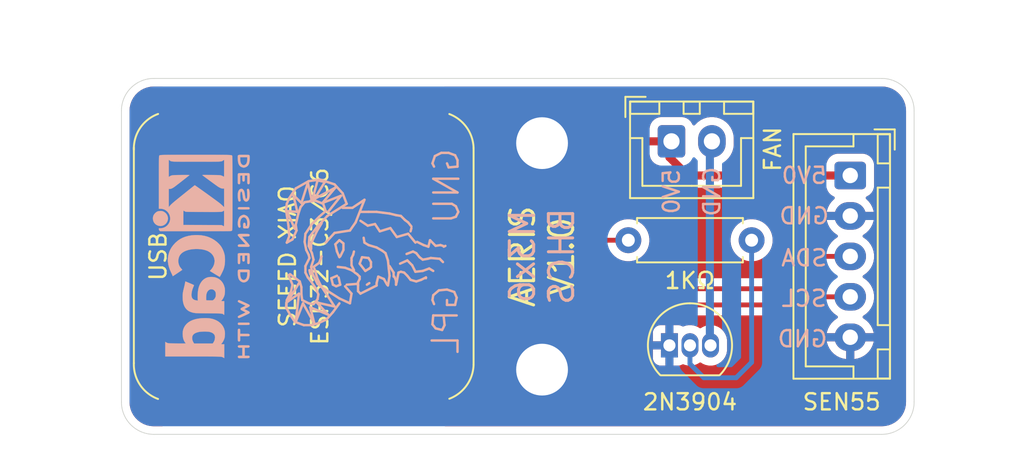
<source format=kicad_pcb>
(kicad_pcb (version 20241229) (generator "pcbnew") (generator_version "9.0")
  (layers (0 "F.Cu" signal) (2 "B.Cu" signal) (13 "F.Paste" user) (15 "B.Paste" user) (5 "F.SilkS" user "F.Silkscreen") (7 "B.SilkS" user "B.Silkscreen") (1 "F.Mask" user) (3 "B.Mask" user) (25 "Edge.Cuts" user))
  (net 0 "")
  (net 1 "+5V")
  (net 2 "GND")
  (net 3 "/SCL")
  (net 4 "/SDA")
  (net 5 "Net-(J2-Pin_2)")
  (net 6 "Net-(Q1-B)")
  (net 7 "/PWM")
  (footprint "Custom Footprints:TO-92_Inline" (layer "F.Cu") (at 157.874 105.5)
    (property "Reference" "Q1" (hide yes))
    (property "Value" "2N3904")
    (pad "1" thru_hole rect (at 0 0) (size 1.05 1.5) (drill 0.75) (layers "*.Cu" "*.Mask") (net 2 "GND") (clearance 0))
    (pad "2" thru_hole oval (at 1.27 0) (size 1.05 1.5) (drill 0.75) (layers "*.Cu" "*.Mask") (net 6 "Net-(Q1-B)"))
    (pad "3" thru_hole oval (at 2.54 0) (size 1.05 1.5) (drill 0.75) (layers "*.Cu" "*.Mask") (net 5 "Net-(J2-Pin_2)"))
  )
  (footprint "MountingHole:MountingHole_3.2mm_M3_ISO7380_Pad_TopBottom" (layer "F.Cu") (at 150 93)
    (property "Reference" "REF**" (hide yes))
    (property "Value" "MountingHole_3.2mm_M3_ISO7380_Pad_TopBottom")
    (pad "1" thru_hole circle (at 0 0) (size 3.6 3.6) (drill 3.2) (layers "*.Cu" "*.Mask"))
    (pad "1" connect circle (at 0 0) (size 5.7 5.7) (layers "F.Cu" "F.Mask") (net 2 "GND"))
    (pad "1" connect circle (at 0 0) (size 5.7 5.7) (layers "B.Cu" "B.Mask") (net 2 "GND"))
  )
  (footprint "Custom Footprints:XIAO_ESP32" (layer "F.Cu") (at 135.268 100 90)
    (property "Reference" "U1" (hide yes))
    (property "Value" "ESP32C3")
    (fp_text user "SEEED XIAO" (at 0 -1 90) (layer "F.SilkS"))
    (fp_text user "USB" (at 0 -9 90) (layer "F.SilkS"))
    (fp_text user "ESP32-C3/C6" (at 0 1 90) (layer "F.SilkS"))
    (pad "1" smd roundrect (at -8.5 -7.62 90) (size 3 2) (layers "F.Cu" "F.Mask") (net 7 "/PWM"))
    (pad "2" smd roundrect (at -8.5 -5.08 90) (size 3 2) (layers "F.Cu" "F.Mask"))
    (pad "3" smd roundrect (at -8.5 -2.54 90) (size 3 2) (layers "F.Cu" "F.Mask"))
    (pad "4" smd roundrect (at -8.5 0 90) (size 3 2) (layers "F.Cu" "F.Mask"))
    (pad "5" smd roundrect (at -8.5 2.54 90) (size 3 2) (layers "F.Cu" "F.Mask") (net 4 "/SDA"))
    (pad "6" smd roundrect (at -8.5 5.08 90) (size 3 2) (layers "F.Cu" "F.Mask") (net 3 "/SCL"))
    (pad "7" smd roundrect (at -8.5 7.62 90) (size 3 2) (layers "F.Cu" "F.Mask"))
    (pad "8" smd roundrect (at 8.5 7.62 90) (size 3 2) (layers "F.Cu" "F.Mask"))
    (pad "9" smd roundrect (at 8.5 5.08 90) (size 3 2) (layers "F.Cu" "F.Mask"))
    (pad "10" smd roundrect (at 8.5 2.54 90) (size 3 2) (layers "F.Cu" "F.Mask"))
    (pad "11" smd roundrect (at 8.5 0 90) (size 3 2) (layers "F.Cu" "F.Mask"))
    (pad "12" smd roundrect (at 8.5 -2.54 90) (size 3 2) (layers "F.Cu" "F.Mask"))
    (pad "13" smd roundrect (at 8.5 -5.08 90) (size 3 2) (layers "F.Cu" "F.Mask") (net 2 "GND"))
    (pad "14" smd roundrect (at 8.5 -7.62 90) (size 3 2) (layers "F.Cu" "F.Mask") (net 1 "+5V"))
  )
  (footprint "Custom Footprints:JST_XH_B5B-XH-A_1x05_P2.50mm_Vertical" (layer "F.Cu") (at 169.05 95 -90)
    (property "Reference" "J1" (hide yes))
    (property "Value" "Conn_01x05_Socket")
    (pad "1" thru_hole roundrect (at 0 0 270) (size 1.7 1.95) (drill 0.95) (layers "*.Cu" "*.Mask") (roundrect_rratio 0.147059) (net 1 "+5V"))
    (pad "2" thru_hole oval (at 2.5 0 270) (size 1.7 1.95) (drill 0.95) (layers "*.Cu" "*.Mask") (net 2 "GND"))
    (pad "3" thru_hole oval (at 5 0 270) (size 1.7 1.95) (drill 0.95) (layers "*.Cu" "*.Mask") (net 4 "/SDA"))
    (pad "4" thru_hole oval (at 7.5 0 270) (size 1.7 1.95) (drill 0.95) (layers "*.Cu" "*.Mask") (net 3 "/SCL"))
    (pad "5" thru_hole oval (at 10 0 270) (size 1.7 1.95) (drill 0.95) (layers "*.Cu" "*.Mask") (net 2 "GND"))
  )
  (footprint "Custom Footprints:JST_XH_B2B-XH-A_1x02_P2.50mm_Vertical" (layer "F.Cu") (at 158 92.888)
    (property "Reference" "J2" (hide yes))
    (property "Value" "Conn_01x02_Socket")
    (pad "1" thru_hole roundrect (at 0 0) (size 1.7 2) (drill 1) (layers "*.Cu" "*.Mask") (roundrect_rratio 0.147059) (net 1 "+5V"))
    (pad "2" thru_hole oval (at 2.5 0) (size 1.7 2) (drill 1) (layers "*.Cu" "*.Mask") (net 5 "Net-(J2-Pin_2)"))
  )
  (footprint "MountingHole:MountingHole_3.2mm_M3_ISO7380_Pad_TopBottom" (layer "F.Cu") (at 150 107)
    (property "Reference" "REF**" (hide yes))
    (property "Value" "MountingHole_3.2mm_M3_ISO7380_Pad_TopBottom")
    (pad "1" thru_hole circle (at 0 0) (size 3.6 3.6) (drill 3.2) (layers "*.Cu" "*.Mask"))
    (pad "1" connect circle (at 0 0) (size 5.7 5.7) (layers "F.Cu" "F.Mask") (net 2 "GND"))
    (pad "1" connect circle (at 0 0) (size 5.7 5.7) (layers "B.Cu" "B.Mask") (net 2 "GND"))
  )
  (footprint "Custom Footprints:R_Axial_DIN0207_L6.3mm_D2.5mm_P7.62mm_Horizontal" (layer "F.Cu") (at 155.334 99)
    (property "Reference" "R1" (hide yes))
    (property "Value" "1k")
    (pad "1" thru_hole circle (at 0 0) (size 1.6 1.6) (drill 0.8) (layers "*.Cu" "*.Mask") (net 7 "/PWM"))
    (pad "2" thru_hole circle (at 7.62 0) (size 1.6 1.6) (drill 0.8) (layers "*.Cu" "*.Mask") (net 6 "Net-(Q1-B)"))
  )
  (footprint "Symbol:KiCad-Logo2_5mm_SilkScreen" (layer "B.Cu") (at 128.92393 100 -90)
    (property "Reference" "REF**" (hide yes))
    (property "Value" "KiCad-Logo2_5mm_SilkScreen" (hide yes))
  )
  (footprint "Symbol:Symbol_GNU-Logo_SilkscreenTop" (layer "B.Cu") (at 137.92393 100 -90)
    (property "Reference" "REF**" (hide yes))
    (property "Value" "Symbol_GNU-Logo_SilkscreenTop")
  )
  (gr_line (start 166.5 103) (end 167 102.5) (stroke (width 0.3)) (layer "F.Cu") (net 3))
  (gr_line (start 141 103) (end 166.5 103) (stroke (width 0.3)) (layer "F.Cu") (net 3))
  (gr_line (start 167 102.5) (end 169 102.5) (stroke (width 0.3)) (layer "F.Cu") (net 3))
  (gr_arc (start 173 109) (mid 172.414214 110.414214) (end 171 111) (stroke (width 0.05)) (layer "Edge.Cuts"))
  (gr_line (start 173 109) (end 173 91) (stroke (width 0.05)) (layer "Edge.Cuts"))
  (gr_arc (start 171 89) (mid 172.414214 89.585786) (end 173 91) (stroke (width 0.05)) (layer "Edge.Cuts"))
  (gr_line (start 171 89) (end 126 89) (stroke (width 0.05)) (layer "Edge.Cuts"))
  (gr_line (start 126 111) (end 171 111) (stroke (width 0.05)) (layer "Edge.Cuts"))
  (gr_arc (start 126 111) (mid 124.585786 110.414214) (end 124 109) (stroke (width 0.05)) (layer "Edge.Cuts"))
  (gr_line (start 124 91) (end 124 109) (stroke (width 0.05)) (layer "Edge.Cuts"))
  (gr_arc (start 124 91) (mid 124.585786 89.585786) (end 126 89) (stroke (width 0.05)) (layer "Edge.Cuts"))
  (gr_text "2N3904" (at 159.144 109 0) (layer "F.SilkS") (effects (font (size 1 1))))
  (gr_text "1KΩ\n" (at 159.144 101.5 0) (layer "F.SilkS") (effects (font (size 1 1))))
  (gr_text "FAN" (at 164.254805 93.37385 90) (layer "F.SilkS") (effects (font (size 1 1))))
  (gr_text "AERIS\nV1.0" (at 150 100 90) (layer "F.SilkS") (effects (font (size 1.5 1.5) (thickness 0.1875))))
  (gr_text "SEN55" (at 168.525 109 0) (layer "F.SilkS") (effects (font (size 1 1))))
  (gr_text "5V0" (at 158 96 90) (layer "B.SilkS") (effects (font (size 1 1)) (justify mirror)))
  (gr_text "M3x6\nBHCS" (at 150 100 90) (layer "B.SilkS") (effects (font (size 1.5 1.5) (thickness 0.1875)) (justify mirror)))
  (gr_text "GND" (at 160.5 96 90) (layer "B.SilkS") (effects (font (size 1 1)) (justify mirror)))
  (gr_text "GND" (at 166.1 105.1 0) (layer "B.SilkS") (effects (font (size 1 1)) (justify mirror)))
  (gr_text "SCL" (at 166.2 102.6 0) (layer "B.SilkS") (effects (font (size 1 1)) (justify mirror)))
  (gr_text "SDA" (at 166.2 100.1 0) (layer "B.SilkS") (effects (font (size 1 1)) (justify mirror)))
  (gr_text "5V0" (at 166.2 95 0) (layer "B.SilkS") (effects (font (size 1 1)) (justify mirror)))
  (gr_text "GND\n" (at 166.2 97.5 0) (layer "B.SilkS") (effects (font (size 1 1)) (justify mirror)))
  (segment (start 129 95) (end 144.904008 95) (width 0.5) (layer "F.Cu") (net 1))
  (segment (start 153 97) (end 154 96) (width 0.5) (layer "F.Cu") (net 1))
  (segment (start 155.112 92.888) (end 157.874 92.888) (width 0.5) (layer "F.Cu") (net 1))
  (segment (start 159 95) (end 169.05 95) (width 0.5) (layer "F.Cu") (net 1))
  (segment (start 157.874 92.888) (end 157.874 93.874) (width 0.5) (layer "F.Cu") (net 1))
  (segment (start 127.648 91.5) (end 127.648 93.648) (width 0.5) (layer "F.Cu") (net 1))
  (segment (start 144.904008 95) (end 146.904008 97) (width 0.5) (layer "F.Cu") (net 1))
  (segment (start 127.648 93.648) (end 129 95) (width 0.5) (layer "F.Cu") (net 1))
  (segment (start 154 96) (end 154 94) (width 0.5) (layer "F.Cu") (net 1))
  (segment (start 154 94) (end 155.112 92.888) (width 0.5) (layer "F.Cu") (net 1))
  (segment (start 157.874 93.874) (end 159 95) (width 0.5) (layer "F.Cu") (net 1))
  (segment (start 146.904008 97) (end 153 97) (width 0.5) (layer "F.Cu") (net 1))
  (segment (start 130.188 91.5) (end 130.188 93.812) (width 0.5) (layer "F.Cu") (net 2))
  (segment (start 141 103) (end 140.348 103.652) (width 0.3) (layer "F.Cu") (net 3))
  (segment (start 169.05 102.5) (end 168.55 103) (width 0.3) (layer "F.Cu") (net 3))
  (segment (start 140.348 103.652) (end 140.348 108.5) (width 0.3) (layer "F.Cu") (net 3))
  (segment (start 169.05 100) (end 167 100) (width 0.3) (layer "F.Cu") (net 4))
  (segment (start 137.808 104.192) (end 137.808 108.5) (width 0.3) (layer "F.Cu") (net 4))
  (segment (start 140 102) (end 137.808 104.192) (width 0.3) (layer "F.Cu") (net 4))
  (segment (start 165 102) (end 140 102) (width 0.3) (layer "F.Cu") (net 4))
  (segment (start 167 100) (end 165 102) (width 0.3) (layer "F.Cu") (net 4))
  (segment (start 160.374 92.888) (end 160.486 93) (width 0.3) (layer "F.Cu") (net 5))
  (segment (start 160.374 105.46) (end 160.414 105.5) (width 0.3) (layer "B.Cu") (net 5))
  (segment (start 160.374 92.888) (end 160.374 105.46) (width 0.5) (layer "B.Cu") (net 5))
  (segment (start 159.999999 107.5) (end 161.999999 107.5) (width 0.3) (layer "B.Cu") (net 6))
  (segment (start 161.999999 107.5) (end 162.954 106.545999) (width 0.3) (layer "B.Cu") (net 6))
  (segment (start 159.144 106.644001) (end 159.999999 107.5) (width 0.3) (layer "B.Cu") (net 6))
  (segment (start 159.144 105.5) (end 159.144 106.644001) (width 0.3) (layer "B.Cu") (net 6))
  (segment (start 162.954 106.545999) (end 162.954 99.5) (width 0.3) (layer "B.Cu") (net 6))
  (segment (start 127.648 108.5) (end 127.648 102.352) (width 0.3) (layer "F.Cu") (net 7))
  (segment (start 127.648 102.352) (end 129 101) (width 0.3) (layer "F.Cu") (net 7))
  (segment (start 129 101) (end 152 101) (width 0.3) (layer "F.Cu") (net 7))
  (segment (start 152 101) (end 154 99) (width 0.3) (layer "F.Cu") (net 7))
  (segment (start 154 99) (end 155.334 99) (width 0.3) (layer "F.Cu") (net 7))
  (zone (net 2) (net_name "GND") (layers "F.Cu" "B.Cu") (name "GND Plane") (connect_pads (clearance 0.5)) (min_thickness 0.2) (fill yes (thermal_gap 0.5) (thermal_bridge_width 0.5))
    (polygon (pts (xy 123 88) (xy 174 88) (xy 174 112) (xy 123 112)))
  )
)
</source>
